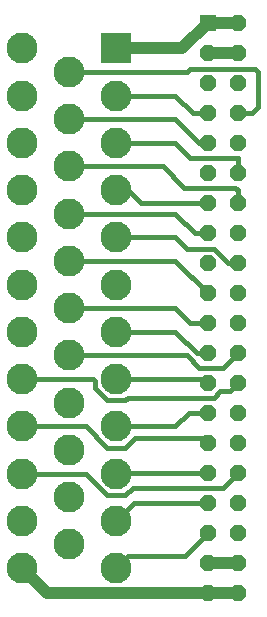
<source format=gbr>
G04 EAGLE Gerber RS-274X export*
G75*
%MOMM*%
%FSLAX34Y34*%
%LPD*%
%INTop Copper*%
%IPPOS*%
%AMOC8*
5,1,8,0,0,1.08239X$1,22.5*%
G01*
%ADD10R,2.625000X2.625000*%
%ADD11C,2.625000*%
%ADD12R,1.422400X1.422400*%
%ADD13P,1.539592X8X292.500000*%
%ADD14C,0.400000*%
%ADD15C,1.000000*%


D10*
X130000Y650000D03*
D11*
X130000Y610000D03*
X130000Y570000D03*
X130000Y530000D03*
X130000Y490000D03*
X130000Y450000D03*
X130000Y410000D03*
X130000Y370000D03*
X130000Y330000D03*
X130000Y290000D03*
X130000Y250000D03*
X130000Y210000D03*
X90000Y630000D03*
X90000Y590000D03*
X90000Y550000D03*
X90000Y510000D03*
X90000Y470000D03*
X90000Y430000D03*
X90000Y390000D03*
X90000Y350000D03*
X90000Y310000D03*
X90000Y270000D03*
X90000Y230000D03*
X50000Y650000D03*
X50000Y610000D03*
X50000Y570000D03*
X50000Y530000D03*
X50000Y490000D03*
X50000Y450000D03*
X50000Y410000D03*
X50000Y370000D03*
X50000Y330000D03*
X50000Y290000D03*
X50000Y250000D03*
X50000Y210000D03*
D12*
X207300Y671300D03*
D13*
X232700Y671300D03*
X207300Y645900D03*
X232700Y645900D03*
X207300Y620500D03*
X232700Y620500D03*
X207300Y595100D03*
X232700Y595100D03*
X207300Y569700D03*
X232700Y569700D03*
X207300Y544300D03*
X232700Y544300D03*
X207300Y518900D03*
X232700Y518900D03*
X207300Y493500D03*
X232700Y493500D03*
X207300Y468100D03*
X232700Y468100D03*
X207300Y442700D03*
X232700Y442700D03*
X207300Y417300D03*
X232700Y417300D03*
X207300Y391900D03*
X232700Y391900D03*
X207300Y366500D03*
X232700Y366500D03*
X232700Y341100D03*
X207300Y341100D03*
X232700Y315700D03*
X207300Y315700D03*
X232700Y290300D03*
X207300Y290300D03*
X207300Y264900D03*
X232700Y264900D03*
X207300Y239500D03*
X232700Y239500D03*
X232700Y214100D03*
X207300Y214100D03*
X207300Y188700D03*
X232700Y188700D03*
D14*
X180000Y470000D02*
X90000Y470000D01*
X180000Y470000D02*
X207300Y442700D01*
X180000Y490000D02*
X130000Y490000D01*
X180000Y490000D02*
X190000Y480000D01*
X202283Y480212D02*
X212317Y480212D01*
X202071Y480000D02*
X190000Y480000D01*
X202071Y480000D02*
X202283Y480212D01*
X224429Y468100D02*
X232700Y468100D01*
X224429Y468100D02*
X212317Y480212D01*
X180000Y510000D02*
X90000Y510000D01*
X196500Y493500D02*
X207300Y493500D01*
X196500Y493500D02*
X180000Y510000D01*
X140000Y530000D02*
X130000Y530000D01*
X151100Y518900D02*
X207300Y518900D01*
X151100Y518900D02*
X140000Y530000D01*
X232700Y530000D02*
X232700Y518900D01*
X169871Y550000D02*
X90000Y550000D01*
X230512Y532188D02*
X232700Y530000D01*
X230512Y532188D02*
X187683Y532188D01*
X169871Y550000D01*
X180000Y570000D02*
X130000Y570000D01*
X192412Y557588D02*
X232700Y557588D01*
X232700Y544300D01*
X192412Y557588D02*
X180000Y570000D01*
X180000Y590000D02*
X90000Y590000D01*
X200300Y569700D02*
X207300Y569700D01*
X200300Y569700D02*
X180000Y590000D01*
X180000Y610000D02*
X130000Y610000D01*
X194900Y595100D02*
X207300Y595100D01*
X194900Y595100D02*
X180000Y610000D01*
X189671Y630000D02*
X90000Y630000D01*
X189671Y630000D02*
X192283Y632612D01*
X247388Y632612D01*
X250000Y630000D01*
X250000Y600000D01*
X245100Y595100D02*
X232700Y595100D01*
X245100Y595100D02*
X250000Y600000D01*
D15*
X186000Y650000D02*
X207300Y671300D01*
X186000Y650000D02*
X130000Y650000D01*
X207300Y671300D02*
X232700Y671300D01*
X232700Y645900D02*
X207300Y645900D01*
D14*
X180000Y410000D02*
X130000Y410000D01*
X198100Y391900D02*
X207300Y391900D01*
X198100Y391900D02*
X180000Y410000D01*
X180000Y430000D02*
X90000Y430000D01*
X192700Y417300D02*
X207300Y417300D01*
X192700Y417300D02*
X180000Y430000D01*
X203800Y370000D02*
X207300Y366500D01*
X203800Y370000D02*
X130000Y370000D01*
X90000Y390000D02*
X190101Y390000D01*
X200313Y379788D01*
X220588Y379788D01*
X232700Y391900D01*
X110000Y370000D02*
X50000Y370000D01*
X111875Y362492D02*
X122492Y351875D01*
X137508Y351875D01*
X111875Y368125D02*
X110000Y370000D01*
X111875Y368125D02*
X111875Y362492D01*
X212317Y354388D02*
X217929Y360000D01*
X140021Y354388D02*
X137508Y351875D01*
X140021Y354388D02*
X212317Y354388D01*
X226200Y360000D02*
X232700Y366500D01*
X226200Y360000D02*
X217929Y360000D01*
X180000Y330000D02*
X130000Y330000D01*
X191100Y341100D02*
X207300Y341100D01*
X191100Y341100D02*
X180000Y330000D01*
X137508Y311875D02*
X122492Y311875D01*
X104367Y330000D02*
X50000Y330000D01*
X104367Y330000D02*
X122492Y311875D01*
X137508Y311875D02*
X145633Y320000D01*
X203000Y320000D02*
X207300Y315700D01*
X203000Y320000D02*
X145633Y320000D01*
X130300Y290300D02*
X130000Y290000D01*
X130300Y290300D02*
X207300Y290300D01*
X137508Y271875D02*
X122492Y271875D01*
X104367Y290000D02*
X50000Y290000D01*
X104367Y290000D02*
X122492Y271875D01*
X137508Y271875D02*
X143821Y278188D01*
X220588Y278188D01*
X232700Y290300D01*
X144900Y264900D02*
X130000Y250000D01*
X144900Y264900D02*
X207300Y264900D01*
X140000Y220000D02*
X130000Y210000D01*
X187800Y220000D02*
X207300Y239500D01*
X187800Y220000D02*
X140000Y220000D01*
D15*
X207300Y214100D02*
X232700Y214100D01*
X207300Y188700D02*
X71300Y188700D01*
X50000Y210000D01*
X207300Y188700D02*
X232700Y188700D01*
M02*

</source>
